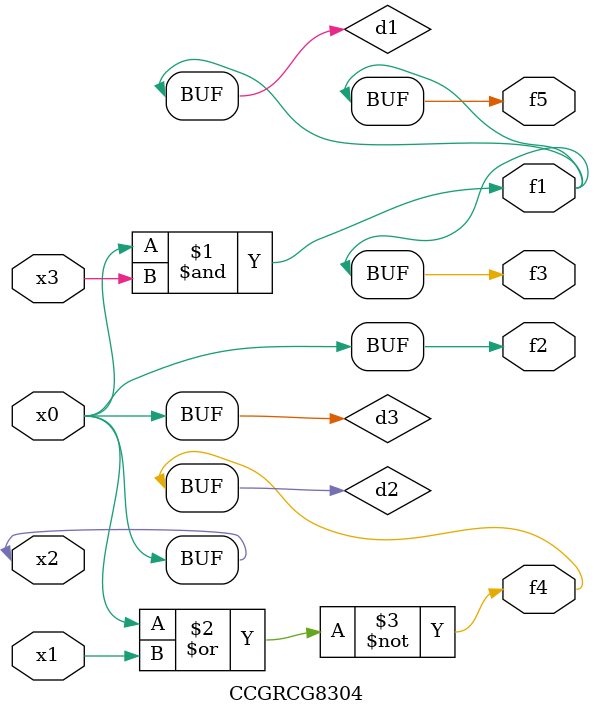
<source format=v>
module CCGRCG8304(
	input x0, x1, x2, x3,
	output f1, f2, f3, f4, f5
);

	wire d1, d2, d3;

	and (d1, x2, x3);
	nor (d2, x0, x1);
	buf (d3, x0, x2);
	assign f1 = d1;
	assign f2 = d3;
	assign f3 = d1;
	assign f4 = d2;
	assign f5 = d1;
endmodule

</source>
